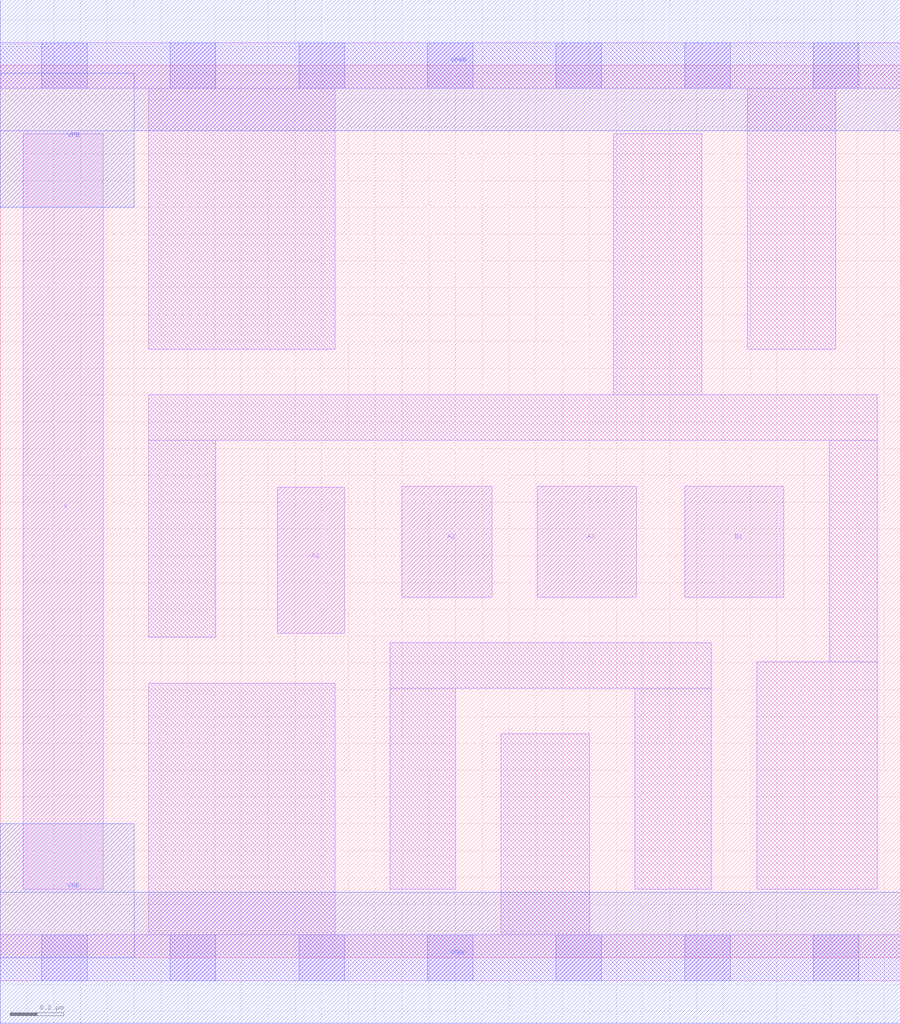
<source format=lef>
# Copyright 2020 The SkyWater PDK Authors
#
# Licensed under the Apache License, Version 2.0 (the "License");
# you may not use this file except in compliance with the License.
# You may obtain a copy of the License at
#
#     https://www.apache.org/licenses/LICENSE-2.0
#
# Unless required by applicable law or agreed to in writing, software
# distributed under the License is distributed on an "AS IS" BASIS,
# WITHOUT WARRANTIES OR CONDITIONS OF ANY KIND, either express or implied.
# See the License for the specific language governing permissions and
# limitations under the License.
#
# SPDX-License-Identifier: Apache-2.0

VERSION 5.5 ;
NAMESCASESENSITIVE ON ;
BUSBITCHARS "[]" ;
DIVIDERCHAR "/" ;
MACRO sky130_fd_sc_lp__o31a_1
  CLASS CORE ;
  SOURCE USER ;
  ORIGIN  0.000000  0.000000 ;
  SIZE  3.360000 BY  3.330000 ;
  SYMMETRY X Y R90 ;
  SITE unit ;
  PIN A1
    ANTENNAGATEAREA  0.315000 ;
    DIRECTION INPUT ;
    USE SIGNAL ;
    PORT
      LAYER li1 ;
        RECT 1.035000 1.210000 1.285000 1.755000 ;
    END
  END A1
  PIN A2
    ANTENNAGATEAREA  0.315000 ;
    DIRECTION INPUT ;
    USE SIGNAL ;
    PORT
      LAYER li1 ;
        RECT 1.500000 1.345000 1.835000 1.760000 ;
    END
  END A2
  PIN A3
    ANTENNAGATEAREA  0.315000 ;
    DIRECTION INPUT ;
    USE SIGNAL ;
    PORT
      LAYER li1 ;
        RECT 2.005000 1.345000 2.375000 1.760000 ;
    END
  END A3
  PIN B1
    ANTENNAGATEAREA  0.315000 ;
    DIRECTION INPUT ;
    USE SIGNAL ;
    PORT
      LAYER li1 ;
        RECT 2.555000 1.345000 2.925000 1.760000 ;
    END
  END B1
  PIN X
    ANTENNADIFFAREA  0.556500 ;
    DIRECTION OUTPUT ;
    USE SIGNAL ;
    PORT
      LAYER li1 ;
        RECT 0.085000 0.255000 0.385000 3.075000 ;
    END
  END X
  PIN VGND
    DIRECTION INOUT ;
    USE GROUND ;
    PORT
      LAYER met1 ;
        RECT 0.000000 -0.245000 3.360000 0.245000 ;
    END
  END VGND
  PIN VNB
    DIRECTION INOUT ;
    USE GROUND ;
    PORT
    END
  END VNB
  PIN VPB
    DIRECTION INOUT ;
    USE POWER ;
    PORT
    END
  END VPB
  PIN VNB
    DIRECTION INOUT ;
    USE GROUND ;
    PORT
      LAYER met1 ;
        RECT 0.000000 0.000000 0.500000 0.500000 ;
    END
  END VNB
  PIN VPB
    DIRECTION INOUT ;
    USE POWER ;
    PORT
      LAYER met1 ;
        RECT 0.000000 2.800000 0.500000 3.300000 ;
    END
  END VPB
  PIN VPWR
    DIRECTION INOUT ;
    USE POWER ;
    PORT
      LAYER met1 ;
        RECT 0.000000 3.085000 3.360000 3.575000 ;
    END
  END VPWR
  OBS
    LAYER li1 ;
      RECT 0.000000 -0.085000 3.360000 0.085000 ;
      RECT 0.000000  3.245000 3.360000 3.415000 ;
      RECT 0.555000  0.085000 1.250000 1.025000 ;
      RECT 0.555000  1.195000 0.805000 1.930000 ;
      RECT 0.555000  1.930000 3.275000 2.100000 ;
      RECT 0.555000  2.270000 1.250000 3.245000 ;
      RECT 1.455000  0.255000 1.700000 1.005000 ;
      RECT 1.455000  1.005000 2.655000 1.175000 ;
      RECT 1.870000  0.085000 2.200000 0.835000 ;
      RECT 2.290000  2.100000 2.620000 3.075000 ;
      RECT 2.370000  0.255000 2.655000 1.005000 ;
      RECT 2.790000  2.270000 3.120000 3.245000 ;
      RECT 2.825000  0.255000 3.275000 1.105000 ;
      RECT 3.095000  1.105000 3.275000 1.930000 ;
    LAYER mcon ;
      RECT 0.155000 -0.085000 0.325000 0.085000 ;
      RECT 0.155000  3.245000 0.325000 3.415000 ;
      RECT 0.635000 -0.085000 0.805000 0.085000 ;
      RECT 0.635000  3.245000 0.805000 3.415000 ;
      RECT 1.115000 -0.085000 1.285000 0.085000 ;
      RECT 1.115000  3.245000 1.285000 3.415000 ;
      RECT 1.595000 -0.085000 1.765000 0.085000 ;
      RECT 1.595000  3.245000 1.765000 3.415000 ;
      RECT 2.075000 -0.085000 2.245000 0.085000 ;
      RECT 2.075000  3.245000 2.245000 3.415000 ;
      RECT 2.555000 -0.085000 2.725000 0.085000 ;
      RECT 2.555000  3.245000 2.725000 3.415000 ;
      RECT 3.035000 -0.085000 3.205000 0.085000 ;
      RECT 3.035000  3.245000 3.205000 3.415000 ;
  END
END sky130_fd_sc_lp__o31a_1
END LIBRARY

</source>
